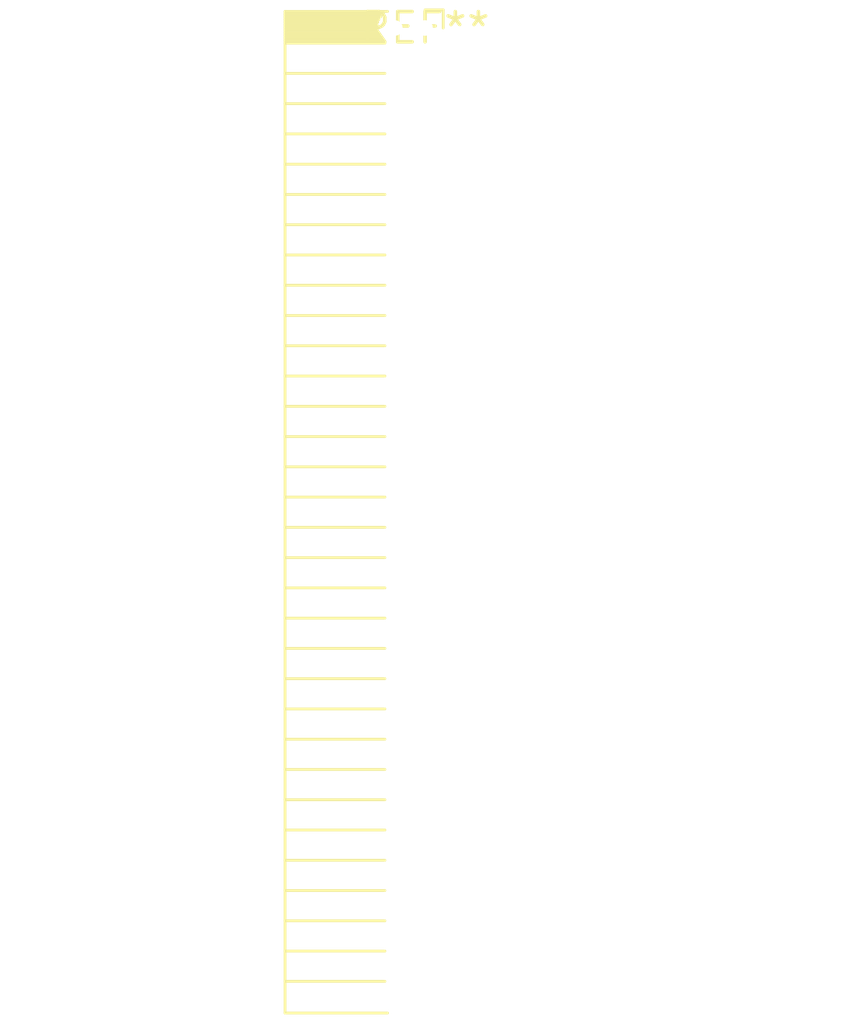
<source format=kicad_pcb>
(kicad_pcb (version 20240108) (generator pcbnew)
  (layers (0 "F.Cu" signal) (31 "B.Cu" signal) (34 "B.Paste" user) (35 "F.Paste" user) (36 "B.SilkS" user "B.Silkscreen") (37 "F.SilkS" user "F.Silkscreen") (38 "B.Mask" user) (39 "F.Mask" user) (44 "Edge.Cuts" user))
  (net 0 "")
  (footprint "PinSocket_2x33_P1.27mm_Horizontal" (layer "F.Cu") (at 0 0)
    (property "Reference" "REF**")
    (property "Value" "PinSocket_2x33_P1.27mm_Horizontal")
    (fp_line (start -5.88 -0.695) (end -5.88 41.335) (layer "F.SilkS") (stroke (width 0.12)))
    (fp_line (start -5.88 -0.695) (end -1.57753 -0.695) (layer "F.SilkS") (stroke (width 0.12)))
    (fp_line (start -5.88 -0.575) (end -1.766966 -0.575) (layer "F.SilkS") (stroke (width 0.12)))
    (fp_line (start -5.88 -0.465) (end -1.871145 -0.465) (layer "F.SilkS") (stroke (width 0.12)))
    (fp_line (start -5.88 -0.355) (end -1.941993 -0.355) (layer "F.SilkS") (stroke (width 0.12)))
    (fp_line (start -5.88 -0.245) (end -1.989427 -0.245) (layer "F.SilkS") (stroke (width 0.12)))
    (fp_line (start -5.88 -0.135) (end -2.017914 -0.135) (layer "F.SilkS") (stroke (width 0.12)))
    (fp_line (start -5.88 -0.025) (end -2.029589 -0.025) (layer "F.SilkS") (stroke (width 0.12)))
    (fp_line (start -5.88 0.085) (end -2.025232 0.085) (layer "F.SilkS") (stroke (width 0.12)))
    (fp_line (start -5.88 0.195) (end -2.004558 0.195) (layer "F.SilkS") (stroke (width 0.12)))
    (fp_line (start -5.88 0.305) (end -1.966114 0.305) (layer "F.SilkS") (stroke (width 0.12)))
    (fp_line (start -5.88 0.415) (end -1.906691 0.415) (layer "F.SilkS") (stroke (width 0.12)))
    (fp_line (start -5.88 0.525) (end -1.819523 0.525) (layer "F.SilkS") (stroke (width 0.12)))
    (fp_line (start -5.88 0.635) (end -1.687582 0.635) (layer "F.SilkS") (stroke (width 0.12)))
    (fp_line (start -5.88 1.905) (end -1.687582 1.905) (layer "F.SilkS") (stroke (width 0.12)))
    (fp_line (start -5.88 3.175) (end -1.687582 3.175) (layer "F.SilkS") (stroke (width 0.12)))
    (fp_line (start -5.88 4.445) (end -1.687582 4.445) (layer "F.SilkS") (stroke (width 0.12)))
    (fp_line (start -5.88 5.715) (end -1.687582 5.715) (layer "F.SilkS") (stroke (width 0.12)))
    (fp_line (start -5.88 6.985) (end -1.687582 6.985) (layer "F.SilkS") (stroke (width 0.12)))
    (fp_line (start -5.88 8.255) (end -1.687582 8.255) (layer "F.SilkS") (stroke (width 0.12)))
    (fp_line (start -5.88 9.525) (end -1.687582 9.525) (layer "F.SilkS") (stroke (width 0.12)))
    (fp_line (start -5.88 10.795) (end -1.687582 10.795) (layer "F.SilkS") (stroke (width 0.12)))
    (fp_line (start -5.88 12.065) (end -1.687582 12.065) (layer "F.SilkS") (stroke (width 0.12)))
    (fp_line (start -5.88 13.335) (end -1.687582 13.335) (layer "F.SilkS") (stroke (width 0.12)))
    (fp_line (start -5.88 14.605) (end -1.687582 14.605) (layer "F.SilkS") (stroke (width 0.12)))
    (fp_line (start -5.88 15.875) (end -1.687582 15.875) (layer "F.SilkS") (stroke (width 0.12)))
    (fp_line (start -5.88 17.145) (end -1.687582 17.145) (layer "F.SilkS") (stroke (width 0.12)))
    (fp_line (start -5.88 18.415) (end -1.687582 18.415) (layer "F.SilkS") (stroke (width 0.12)))
    (fp_line (start -5.88 19.685) (end -1.687582 19.685) (layer "F.SilkS") (stroke (width 0.12)))
    (fp_line (start -5.88 20.955) (end -1.687582 20.955) (layer "F.SilkS") (stroke (width 0.12)))
    (fp_line (start -5.88 22.225) (end -1.687582 22.225) (layer "F.SilkS") (stroke (width 0.12)))
    (fp_line (start -5.88 23.495) (end -1.687582 23.495) (layer "F.SilkS") (stroke (width 0.12)))
    (fp_line (start -5.88 24.765) (end -1.687582 24.765) (layer "F.SilkS") (stroke (width 0.12)))
    (fp_line (start -5.88 26.035) (end -1.687582 26.035) (layer "F.SilkS") (stroke (width 0.12)))
    (fp_line (start -5.88 27.305) (end -1.687582 27.305) (layer "F.SilkS") (stroke (width 0.12)))
    (fp_line (start -5.88 28.575) (end -1.687582 28.575) (layer "F.SilkS") (stroke (width 0.12)))
    (fp_line (start -5.88 29.845) (end -1.687582 29.845) (layer "F.SilkS") (stroke (width 0.12)))
    (fp_line (start -5.88 31.115) (end -1.687582 31.115) (layer "F.SilkS") (stroke (width 0.12)))
    (fp_line (start -5.88 32.385) (end -1.687582 32.385) (layer "F.SilkS") (stroke (width 0.12)))
    (fp_line (start -5.88 33.655) (end -1.687582 33.655) (layer "F.SilkS") (stroke (width 0.12)))
    (fp_line (start -5.88 34.925) (end -1.687582 34.925) (layer "F.SilkS") (stroke (width 0.12)))
    (fp_line (start -5.88 36.195) (end -1.687582 36.195) (layer "F.SilkS") (stroke (width 0.12)))
    (fp_line (start -5.88 37.465) (end -1.687582 37.465) (layer "F.SilkS") (stroke (width 0.12)))
    (fp_line (start -5.88 38.735) (end -1.687582 38.735) (layer "F.SilkS") (stroke (width 0.12)))
    (fp_line (start -5.88 40.005) (end -1.687582 40.005) (layer "F.SilkS") (stroke (width 0.12)))
    (fp_line (start -5.88 41.335) (end -1.57753 41.335) (layer "F.SilkS") (stroke (width 0.12)))
    (fp_line (start 0 -0.76) (end 0.76 -0.76) (layer "F.SilkS") (stroke (width 0.12)))
    (fp_line (start 0.76 -0.76) (end 0.76 0) (layer "F.SilkS") (stroke (width 0.12)))
    (pad "1" thru_hole rect (at 0 0) (size 1 1) (drill 0.65) (layers *.Cu *.Mask) (remove_unused_layers))
    (pad "2" thru_hole oval (at -1.27 0) (size 1 1) (drill 0.65) (layers *.Cu *.Mask) (remove_unused_layers))
    (pad "3" thru_hole oval (at 0 1.27) (size 1 1) (drill 0.65) (layers *.Cu *.Mask) (remove_unused_layers))
    (pad "4" thru_hole oval (at -1.27 1.27) (size 1 1) (drill 0.65) (layers *.Cu *.Mask) (remove_unused_layers))
    (pad "5" thru_hole oval (at 0 2.54) (size 1 1) (drill 0.65) (layers *.Cu *.Mask) (remove_unused_layers))
    (pad "6" thru_hole oval (at -1.27 2.54) (size 1 1) (drill 0.65) (layers *.Cu *.Mask) (remove_unused_layers))
    (pad "7" thru_hole oval (at 0 3.81) (size 1 1) (drill 0.65) (layers *.Cu *.Mask) (remove_unused_layers))
    (pad "8" thru_hole oval (at -1.27 3.81) (size 1 1) (drill 0.65) (layers *.Cu *.Mask) (remove_unused_layers))
    (pad "9" thru_hole oval (at 0 5.08) (size 1 1) (drill 0.65) (layers *.Cu *.Mask) (remove_unused_layers))
    (pad "10" thru_hole oval (at -1.27 5.08) (size 1 1) (drill 0.65) (layers *.Cu *.Mask) (remove_unused_layers))
    (pad "11" thru_hole oval (at 0 6.35) (size 1 1) (drill 0.65) (layers *.Cu *.Mask) (remove_unused_layers))
    (pad "12" thru_hole oval (at -1.27 6.35) (size 1 1) (drill 0.65) (layers *.Cu *.Mask) (remove_unused_layers))
    (pad "13" thru_hole oval (at 0 7.62) (size 1 1) (drill 0.65) (layers *.Cu *.Mask) (remove_unused_layers))
    (pad "14" thru_hole oval (at -1.27 7.62) (size 1 1) (drill 0.65) (layers *.Cu *.Mask) (remove_unused_layers))
    (pad "15" thru_hole oval (at 0 8.89) (size 1 1) (drill 0.65) (layers *.Cu *.Mask) (remove_unused_layers))
    (pad "16" thru_hole oval (at -1.27 8.89) (size 1 1) (drill 0.65) (layers *.Cu *.Mask) (remove_unused_layers))
    (pad "17" thru_hole oval (at 0 10.16) (size 1 1) (drill 0.65) (layers *.Cu *.Mask) (remove_unused_layers))
    (pad "18" thru_hole oval (at -1.27 10.16) (size 1 1) (drill 0.65) (layers *.Cu *.Mask) (remove_unused_layers))
    (pad "19" thru_hole oval (at 0 11.43) (size 1 1) (drill 0.65) (layers *.Cu *.Mask) (remove_unused_layers))
    (pad "20" thru_hole oval (at -1.27 11.43) (size 1 1) (drill 0.65) (layers *.Cu *.Mask) (remove_unused_layers))
    (pad "21" thru_hole oval (at 0 12.7) (size 1 1) (drill 0.65) (layers *.Cu *.Mask) (remove_unused_layers))
    (pad "22" thru_hole oval (at -1.27 12.7) (size 1 1) (drill 0.65) (layers *.Cu *.Mask) (remove_unused_layers))
    (pad "23" thru_hole oval (at 0 13.97) (size 1 1) (drill 0.65) (layers *.Cu *.Mask) (remove_unused_layers))
    (pad "24" thru_hole oval (at -1.27 13.97) (size 1 1) (drill 0.65) (layers *.Cu *.Mask) (remove_unused_layers))
    (pad "25" thru_hole oval (at 0 15.24) (size 1 1) (drill 0.65) (layers *.Cu *.Mask) (remove_unused_layers))
    (pad "26" thru_hole oval (at -1.27 15.24) (size 1 1) (drill 0.65) (layers *.Cu *.Mask) (remove_unused_layers))
    (pad "27" thru_hole oval (at 0 16.51) (size 1 1) (drill 0.65) (layers *.Cu *.Mask) (remove_unused_layers))
    (pad "28" thru_hole oval (at -1.27 16.51) (size 1 1) (drill 0.65) (layers *.Cu *.Mask) (remove_unused_layers))
    (pad "29" thru_hole oval (at 0 17.78) (size 1 1) (drill 0.65) (layers *.Cu *.Mask) (remove_unused_layers))
    (pad "30" thru_hole oval (at -1.27 17.78) (size 1 1) (drill 0.65) (layers *.Cu *.Mask) (remove_unused_layers))
    (pad "31" thru_hole oval (at 0 19.05) (size 1 1) (drill 0.65) (layers *.Cu *.Mask) (remove_unused_layers))
    (pad "32" thru_hole oval (at -1.27 19.05) (size 1 1) (drill 0.65) (layers *.Cu *.Mask) (remove_unused_layers))
    (pad "33" thru_hole oval (at 0 20.32) (size 1 1) (drill 0.65) (layers *.Cu *.Mask) (remove_unused_layers))
    (pad "34" thru_hole oval (at -1.27 20.32) (size 1 1) (drill 0.65) (layers *.Cu *.Mask) (remove_unused_layers))
    (pad "35" thru_hole oval (at 0 21.59) (size 1 1) (drill 0.65) (layers *.Cu *.Mask) (remove_unused_layers))
    (pad "36" thru_hole oval (at -1.27 21.59) (size 1 1) (drill 0.65) (layers *.Cu *.Mask) (remove_unused_layers))
    (pad "37" thru_hole oval (at 0 22.86) (size 1 1) (drill 0.65) (layers *.Cu *.Mask) (remove_unused_layers))
    (pad "38" thru_hole oval (at -1.27 22.86) (size 1 1) (drill 0.65) (layers *.Cu *.Mask) (remove_unused_layers))
    (pad "39" thru_hole oval (at 0 24.13) (size 1 1) (drill 0.65) (layers *.Cu *.Mask) (remove_unused_layers))
    (pad "40" thru_hole oval (at -1.27 24.13) (size 1 1) (drill 0.65) (layers *.Cu *.Mask) (remove_unused_layers))
    (pad "41" thru_hole oval (at 0 25.4) (size 1 1) (drill 0.65) (layers *.Cu *.Mask) (remove_unused_layers))
    (pad "42" thru_hole oval (at -1.27 25.4) (size 1 1) (drill 0.65) (layers *.Cu *.Mask) (remove_unused_layers))
    (pad "43" thru_hole oval (at 0 26.67) (size 1 1) (drill 0.65) (layers *.Cu *.Mask) (remove_unused_layers))
    (pad "44" thru_hole oval (at -1.27 26.67) (size 1 1) (drill 0.65) (layers *.Cu *.Mask) (remove_unused_layers))
    (pad "45" thru_hole oval (at 0 27.94) (size 1 1) (drill 0.65) (layers *.Cu *.Mask) (remove_unused_layers))
    (pad "46" thru_hole oval (at -1.27 27.94) (size 1 1) (drill 0.65) (layers *.Cu *.Mask) (remove_unused_layers))
    (pad "47" thru_hole oval (at 0 29.21) (size 1 1) (drill 0.65) (layers *.Cu *.Mask) (remove_unused_layers))
    (pad "48" thru_hole oval (at -1.27 29.21) (size 1 1) (drill 0.65) (layers *.Cu *.Mask) (remove_unused_layers))
    (pad "49" thru_hole oval (at 0 30.48) (size 1 1) (drill 0.65) (layers *.Cu *.Mask) (remove_unused_layers))
    (pad "50" thru_hole oval (at -1.27 30.48) (size 1 1) (drill 0.65) (layers *.Cu *.Mask) (remove_unused_layers))
    (pad "51" thru_hole oval (at 0 31.75) (size 1 1) (drill 0.65) (layers *.Cu *.Mask) (remove_unused_layers))
    (pad "52" thru_hole oval (at -1.27 31.75) (size 1 1) (drill 0.65) (layers *.Cu *.Mask) (remove_unused_layers))
    (pad "53" thru_hole oval (at 0 33.02) (size 1 1) (drill 0.65) (layers *.Cu *.Mask) (remove_unused_layers))
    (pad "54" thru_hole oval (at -1.27 33.02) (size 1 1) (drill 0.65) (layers *.Cu *.Mask) (remove_unused_layers))
    (pad "55" thru_hole oval (at 0 34.29) (size 1 1) (drill 0.65) (layers *.Cu *.Mask) (remove_unused_layers))
    (pad "56" thru_hole oval (at -1.27 34.29) (size 1 1) (drill 0.65) (layers *.Cu *.Mask) (remove_unused_layers))
    (pad "57" thru_hole oval (at 0 35.56) (size 1 1) (drill 0.65) (layers *.Cu *.Mask) (remove_unused_layers))
    (pad "58" thru_hole oval (at -1.27 35.56) (size 1 1) (drill 0.65) (layers *.Cu *.Mask) (remove_unused_layers))
    (pad "59" thru_hole oval (at 0 36.83) (size 1 1) (drill 0.65) (layers *.Cu *.Mask) (remove_unused_layers))
    (pad "60" thru_hole oval (at -1.27 36.83) (size 1 1) (drill 0.65) (layers *.Cu *.Mask) (remove_unused_layers))
    (pad "61" thru_hole oval (at 0 38.1) (size 1 1) (drill 0.65) (layers *.Cu *.Mask) (remove_unused_layers))
    (pad "62" thru_hole oval (at -1.27 38.1) (size 1 1) (drill 0.65) (layers *.Cu *.Mask) (remove_unused_layers))
    (pad "63" thru_hole oval (at 0 39.37) (size 1 1) (drill 0.65) (layers *.Cu *.Mask) (remove_unused_layers))
    (pad "64" thru_hole oval (at -1.27 39.37) (size 1 1) (drill 0.65) (layers *.Cu *.Mask) (remove_unused_layers))
    (pad "65" thru_hole oval (at 0 40.64) (size 1 1) (drill 0.65) (layers *.Cu *.Mask) (remove_unused_layers))
    (pad "66" thru_hole oval (at -1.27 40.64) (size 1 1) (drill 0.65) (layers *.Cu *.Mask) (remove_unused_layers))
  )
)
</source>
